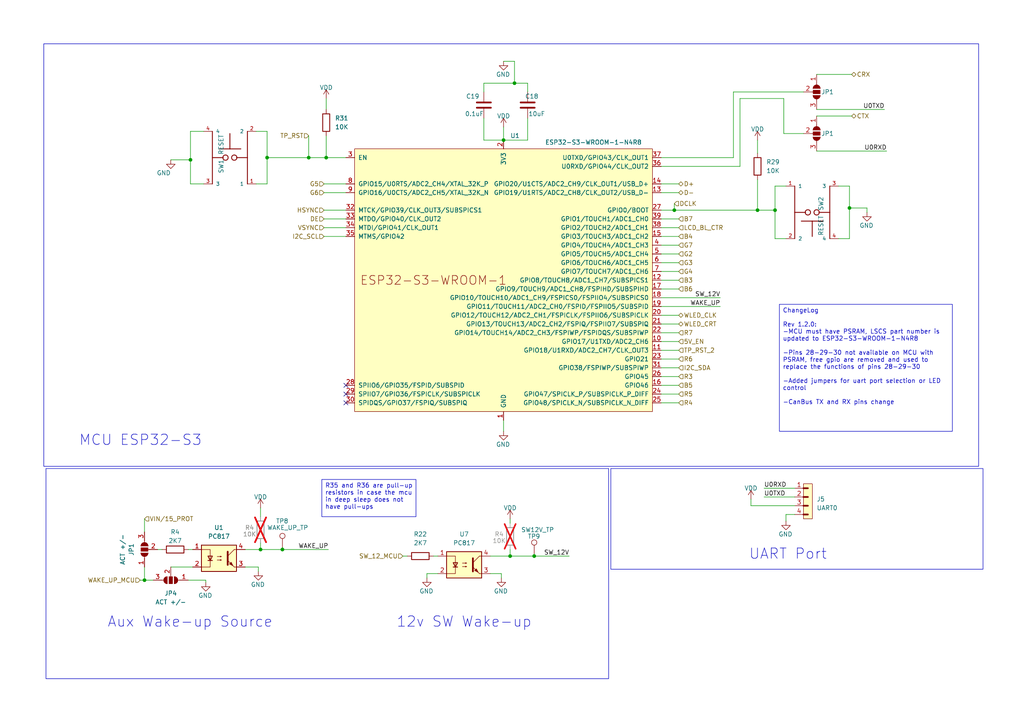
<source format=kicad_sch>
(kicad_sch (version 20231120) (generator "eeschema") (generator_version "8.0")
  (paper "A4")
  (title_block (date "2023-10-27") (rev "0.2.0") (company "ADV.ECU - GNVPerformance"))
  (lib_symbols
    (symbol "Connector:TestPoint" (pin_numbers hide) (pin_names (offset 0.762) hide)
      (property "Reference" "TP" (at 0 6.858 0))
      (property "Value" "TestPoint" (at 0 5.08 0))
      (symbol "TestPoint_0_1"
        (circle (center 0 3.302) (radius 0.762))
      )
      (symbol "TestPoint_1_1"
        (pin passive line (at 0 0 90) (length 2.54) (name "1") (number "1"))
      )
    )
    (symbol "Device:C" (pin_numbers hide) (pin_names (offset 0.254))
      (property "Reference" "C" (at 0.635 2.54 0))
      (property "Value" "C" (at 0.635 -2.54 0))
      (symbol "C_0_1"
        (polyline (pts (xy -2.032 -0.762) (xy 2.032 -0.762)) (stroke (width 0.508)))
        (polyline (pts (xy -2.032 0.762) (xy 2.032 0.762)) (stroke (width 0.508)))
      )
      (symbol "C_1_1"
        (pin passive line (at 0 3.81 270) (length 2.794) (name "~") (number "1"))
        (pin passive line (at 0 -3.81 90) (length 2.794) (name "~") (number "2"))
      )
    )
    (symbol "Device:R" (pin_numbers hide) (pin_names (offset 0))
      (property "Reference" "R" (at 2.032 0 90))
      (property "Value" "R" (at 0 0 90))
      (symbol "R_0_1"
        (rectangle (start -1.016 -2.54) (end 1.016 2.54) (stroke (width 0.254)))
      )
      (symbol "R_1_1"
        (pin passive line (at 0 3.81 270) (length 1.27) (name "~") (number "1"))
        (pin passive line (at 0 -3.81 90) (length 1.27) (name "~") (number "2"))
      )
    )
    (symbol "Isolator:PC817" (pin_names (offset 1.016))
      (property "Reference" "U" (at -5.08 5.08 0))
      (property "Value" "PC817" (at 0 5.08 0))
      (symbol "PC817_0_1"
        (rectangle (start -5.08 3.81) (end 5.08 -3.81) (stroke (width 0.254)) (fill (type background)))
        (polyline (pts (xy -3.175 -0.635) (xy -1.905 -0.635)) (stroke (width 0.254)))
        (polyline (pts (xy 2.54 0.635) (xy 4.445 2.54)))
        (polyline (pts (xy 4.445 -2.54) (xy 2.54 -0.635)) (fill (type outline)))
        (polyline (pts (xy 4.445 -2.54) (xy 5.08 -2.54)))
        (polyline (pts (xy 4.445 2.54) (xy 5.08 2.54)))
        (polyline (pts (xy -5.08 2.54) (xy -2.54 2.54) (xy -2.54 -0.635)))
        (polyline (pts (xy -2.54 -0.635) (xy -2.54 -2.54) (xy -5.08 -2.54)))
        (polyline (pts (xy 2.54 1.905) (xy 2.54 -1.905) (xy 2.54 -1.905)) (stroke (width 0.508)))
        (polyline (pts (xy -2.54 -0.635) (xy -3.175 0.635) (xy -1.905 0.635) (xy -2.54 -0.635)) (stroke (width 0.254)))
        (polyline (pts (xy -0.508 -0.508) (xy 0.762 -0.508) (xy 0.381 -0.635) (xy 0.381 -0.381) (xy 0.762 -0.508)))
        (polyline (pts (xy -0.508 0.508) (xy 0.762 0.508) (xy 0.381 0.381) (xy 0.381 0.635) (xy 0.762 0.508)))
        (polyline (pts (xy 3.048 -1.651) (xy 3.556 -1.143) (xy 4.064 -2.159) (xy 3.048 -1.651) (xy 3.048 -1.651)) (fill (type outline)))
      )
      (symbol "PC817_1_1"
        (pin passive line (at -7.62 2.54 0) (length 2.54) (name "~") (number "1"))
        (pin passive line (at -7.62 -2.54 0) (length 2.54) (name "~") (number "2"))
        (pin passive line (at 7.62 -2.54 180) (length 2.54) (name "~") (number "3"))
        (pin passive line (at 7.62 2.54 180) (length 2.54) (name "~") (number "4"))
      )
    )
    (symbol "Jumper:SolderJumper_3_Open" (pin_names (offset 0) hide)
      (property "Reference" "JP" (at -2.54 -2.54 0))
      (property "Value" "SolderJumper_3_Open" (at 0 2.794 0))
      (symbol "SolderJumper_3_Open_0_1"
        (arc (start -1.016 1.016) (mid -2.0276 0) (end -1.016 -1.016))
        (arc (start -1.016 1.016) (mid -2.0276 0) (end -1.016 -1.016) (fill (type outline)))
        (rectangle (start -0.508 1.016) (end 0.508 -1.016) (fill (type outline)))
        (polyline (pts (xy -2.54 0) (xy -2.032 0)))
        (polyline (pts (xy -1.016 1.016) (xy -1.016 -1.016)))
        (polyline (pts (xy 0 -1.27) (xy 0 -1.016)))
        (polyline (pts (xy 1.016 1.016) (xy 1.016 -1.016)))
        (polyline (pts (xy 2.54 0) (xy 2.032 0)))
        (arc (start 1.016 -1.016) (mid 2.0276 0) (end 1.016 1.016))
        (arc (start 1.016 -1.016) (mid 2.0276 0) (end 1.016 1.016) (fill (type outline)))
      )
      (symbol "SolderJumper_3_Open_1_1"
        (pin passive line (at -5.08 0 0) (length 2.54) (name "A") (number "1"))
        (pin passive line (at 0 -3.81 90) (length 2.54) (name "C") (number "2"))
        (pin passive line (at 5.08 0 180) (length 2.54) (name "B") (number "3"))
      )
    )
    (symbol "PCM_Espressif:ESP32-S3-WROOM-1" (pin_names (offset 1.016))
      (property "Reference" "U" (at -43.18 43.18 0))
      (property "Value" "ESP32-S3-WROOM-1" (at -43.18 40.64 0))
      (symbol "ESP32-S3-WROOM-1_0_0"
        (text "ESP32-S3-WROOM-1" (at -20.32 0 0) (effects (font (size 2.54 2.54))))
        (pin power_in line (at 0 -40.64 90) (length 2.54) (name "GND") (number "1"))
        (pin bidirectional line (at 45.72 -17.78 180) (length 2.54) (name "GPIO17/U1TXD/ADC2_CH6") (number "10"))
        (pin bidirectional line (at 45.72 -20.32 180) (length 2.54) (name "GPIO18/U1RXD/ADC2_CH7/CLK_OUT3") (number "11"))
        (pin bidirectional line (at 45.72 0 180) (length 2.54) (name "GPIO8/TOUCH8/ADC1_CH7/SUBSPICS1") (number "12"))
        (pin bidirectional line (at 45.72 25.4 180) (length 2.54) (name "GPIO19/U1RTS/ADC2_CH8/CLK_OUT2/USB_D-") (number "13"))
        (pin bidirectional line (at 45.72 27.94 180) (length 2.54) (name "GPIO20/U1CTS/ADC2_CH9/CLK_OUT1/USB_D+") (number "14"))
        (pin bidirectional line (at 45.72 12.7 180) (length 2.54) (name "GPIO3/TOUCH3/ADC1_CH2") (number "15"))
        (pin bidirectional line (at 45.72 -30.48 180) (length 2.54) (name "GPIO46") (number "16"))
        (pin bidirectional line (at 45.72 -2.54 180) (length 2.54) (name "GPIO9/TOUCH9/ADC1_CH8/FSPIHD/SUBSPIHD") (number "17"))
        (pin bidirectional line (at 45.72 -5.08 180) (length 2.54) (name "GPIO10/TOUCH10/ADC1_CH9/FSPICS0/FSPIIO4/SUBSPICS0") (number "18"))
        (pin bidirectional line (at 45.72 -7.62 180) (length 2.54) (name "GPIO11/TOUCH11/ADC2_CH0/FSPID/FSPIIO5/SUBSPID") (number "19"))
        (pin power_in line (at 0 40.64 270) (length 2.54) (name "3V3") (number "2"))
        (pin bidirectional line (at 45.72 -10.16 180) (length 2.54) (name "GPIO12/TOUCH12/ADC2_CH1/FSPICLK/FSPIIO6/SUBSPICLK") (number "20"))
        (pin bidirectional line (at 45.72 -12.7 180) (length 2.54) (name "GPIO13/TOUCH13/ADC2_CH2/FSPIQ/FSPIIO7/SUBSPIQ") (number "21"))
        (pin bidirectional line (at 45.72 -15.24 180) (length 2.54) (name "GPIO14/TOUCH14/ADC2_CH3/FSPIWP/FSPIDQS/SUBSPIWP") (number "22"))
        (pin bidirectional line (at 45.72 -22.86 180) (length 2.54) (name "GPIO21") (number "23"))
        (pin bidirectional line (at 45.72 -33.02 180) (length 2.54) (name "GPIO47/SPICLK_P/SUBSPICLK_P_DIFF") (number "24"))
        (pin bidirectional line (at 45.72 -35.56 180) (length 2.54) (name "GPIO48/SPICLK_N/SUBSPICLK_N_DIFF") (number "25"))
        (pin bidirectional line (at 45.72 -27.94 180) (length 2.54) (name "GPIO45") (number "26"))
        (pin bidirectional line (at 45.72 20.32 180) (length 2.54) (name "GPIO0/BOOT") (number "27"))
        (pin bidirectional line (at -45.72 -30.48 0) (length 2.54) (name "SPIIO6/GPIO35/FSPID/SUBSPID") (number "28"))
        (pin bidirectional line (at -45.72 -33.02 0) (length 2.54) (name "SPIIO7/GPIO36/FSPICLK/SUBSPICLK") (number "29"))
        (pin input line (at -45.72 35.56 0) (length 2.54) (name "EN") (number "3"))
        (pin bidirectional line (at -45.72 -35.56 0) (length 2.54) (name "SPIDQS/GPIO37/FSPIQ/SUBSPIQ") (number "30"))
        (pin bidirectional line (at 45.72 -25.4 180) (length 2.54) (name "GPIO38/FSPIWP/SUBSPIWP") (number "31"))
        (pin bidirectional line (at -45.72 20.32 0) (length 2.54) (name "MTCK/GPIO39/CLK_OUT3/SUBSPICS1") (number "32"))
        (pin bidirectional line (at -45.72 17.78 0) (length 2.54) (name "MTDO/GPIO40/CLK_OUT2") (number "33"))
        (pin bidirectional line (at -45.72 15.24 0) (length 2.54) (name "MTDI/GPIO41/CLK_OUT1") (number "34"))
        (pin bidirectional line (at -45.72 12.7 0) (length 2.54) (name "MTMS/GPIO42") (number "35"))
        (pin bidirectional line (at 45.72 33.02 180) (length 2.54) (name "U0RXD/GPIO44/CLK_OUT2") (number "36"))
        (pin bidirectional line (at 45.72 35.56 180) (length 2.54) (name "U0TXD/GPIO43/CLK_OUT1") (number "37"))
        (pin bidirectional line (at 45.72 15.24 180) (length 2.54) (name "GPIO2/TOUCH2/ADC1_CH1") (number "38"))
        (pin bidirectional line (at 45.72 17.78 180) (length 2.54) (name "GPIO1/TOUCH1/ADC1_CH0") (number "39"))
        (pin bidirectional line (at 45.72 10.16 180) (length 2.54) (name "GPIO4/TOUCH4/ADC1_CH3") (number "4"))
        (pin passive line (at 0 -40.64 90) (length 2.54) hide (name "GND") (number "40"))
        (pin passive line (at 0 -40.64 90) (length 2.54) hide (name "GND") (number "41"))
        (pin bidirectional line (at 45.72 7.62 180) (length 2.54) (name "GPIO5/TOUCH5/ADC1_CH4") (number "5"))
        (pin bidirectional line (at 45.72 5.08 180) (length 2.54) (name "GPIO6/TOUCH6/ADC1_CH5") (number "6"))
        (pin bidirectional line (at 45.72 2.54 180) (length 2.54) (name "GPIO7/TOUCH7/ADC1_CH6") (number "7"))
        (pin bidirectional line (at -45.72 27.94 0) (length 2.54) (name "GPIO15/U0RTS/ADC2_CH4/XTAL_32K_P") (number "8"))
        (pin bidirectional line (at -45.72 25.4 0) (length 2.54) (name "GPIO16/U0CTS/ADC2_CH5/XTAL_32K_N") (number "9"))
      )
      (symbol "ESP32-S3-WROOM-1_0_1"
        (rectangle (start -43.18 38.1) (end 43.18 -38.1) (fill (type background)))
      )
    )
    (symbol "PCM_SL_Pin_Headers:PINHD_1x4_Male"
      (property "Reference" "J" (at 0 8.89 0))
      (property "Value" "PINHD_1x4_Male" (at 0 6.35 0))
      (symbol "PINHD_1x4_Male_0_1"
        (rectangle (start -1.27 5.08) (end 1.27 -5.08) (fill (type background)))
        (polyline (pts (xy -1.27 -3.81) (xy 0 -3.81)) (stroke (width 0.3)))
        (polyline (pts (xy -1.27 -3.81) (xy 0 -3.81)) (stroke (width 0.5)))
        (polyline (pts (xy -1.27 -1.27) (xy 0 -1.27)) (stroke (width 0.3)))
        (polyline (pts (xy -1.27 -1.27) (xy 0 -1.27)) (stroke (width 0.5)))
        (polyline (pts (xy -1.27 1.27) (xy 0 1.27)) (stroke (width 0.3)))
        (polyline (pts (xy -1.27 1.27) (xy 0 1.27)) (stroke (width 0.5)))
        (polyline (pts (xy -1.27 3.81) (xy 0 3.81)) (stroke (width 0.3)))
        (polyline (pts (xy -1.27 3.81) (xy 0 3.81)) (stroke (width 0.5)))
      )
      (symbol "PINHD_1x4_Male_1_1"
        (pin passive line (at -3.81 3.81 0) (length 2.54) (name "") (number "1"))
        (pin passive line (at -3.81 1.27 0) (length 2.54) (name "") (number "2"))
        (pin passive line (at -3.81 -1.27 0) (length 2.54) (name "") (number "3"))
        (pin passive line (at -3.81 -3.81 0) (length 2.54) (name "") (number "4"))
      )
    )
    (symbol "TL3342F160QG:TL3342F160QG" (pin_names (offset 1.016))
      (property "Reference" "S" (at -8.9154 11.4554 0))
      (property "Value" "TL3342F160QG" (at -8.89 -12.7 0))
      (symbol "TL3342F160QG_0_0"
        (circle (center 0 -1.27) (radius 0.762) (stroke (width 0.254)))
        (polyline (pts (xy -7.62 -5.08) (xy 0 -5.08)) (stroke (width 0.254)))
        (polyline (pts (xy -7.62 5.08) (xy 0 5.08)) (stroke (width 0.254)))
        (polyline (pts (xy 0 -5.08) (xy 7.62 -5.08)) (stroke (width 0.254)))
        (polyline (pts (xy 0 -1.905) (xy 0 -5.08)) (stroke (width 0.254)))
        (polyline (pts (xy 0 1.905) (xy 0 5.08)) (stroke (width 0.254)))
        (polyline (pts (xy 0 5.08) (xy 7.62 5.08)) (stroke (width 0.254)))
        (polyline (pts (xy 2.54 0) (xy 2.54 -3.175)) (stroke (width 0.254)))
        (polyline (pts (xy 2.54 0) (xy 6.985 0)) (stroke (width 0.254)))
        (polyline (pts (xy 2.54 3.175) (xy 2.54 0)) (stroke (width 0.254)))
        (circle (center 0 1.27) (radius 0.762) (stroke (width 0.254)))
        (pin passive line (at -7.62 -7.62 90) (length 2.54) (name "1") (number "1"))
        (pin passive line (at 7.62 -7.62 90) (length 2.54) (name "2") (number "2"))
        (pin passive line (at -7.62 7.62 270) (length 2.54) (name "3") (number "3"))
        (pin passive line (at 7.62 7.62 270) (length 2.54) (name "4") (number "4"))
      )
    )
    (symbol "power:GND" (power) (pin_names (offset 0))
      (property "Value" "GND" (at 0 -3.81 0))
      (symbol "GND_0_1"
        (polyline (pts (xy 0 0) (xy 0 -1.27) (xy 1.27 -1.27) (xy 0 -2.54) (xy -1.27 -1.27) (xy 0 -1.27)))
      )
      (symbol "GND_1_1"
        (pin power_in line (at 0 0 270) (length 0) hide (name "GND") (number "1"))
      )
    )
    (symbol "power:VDD" (power) (pin_names (offset 0))
      (property "Value" "VDD" (at 0 3.81 0))
      (symbol "VDD_0_1"
        (polyline (pts (xy -0.762 1.27) (xy 0 2.54)))
        (polyline (pts (xy 0 0) (xy 0 2.54)))
        (polyline (pts (xy 0 2.54) (xy 0.762 1.27)))
      )
      (symbol "VDD_1_1"
        (pin power_in line (at 0 0 90) (length 0) hide (name "VDD") (number "1"))
      )
    )
  )
  (junction (at 81.915 159.385))
  (junction (at 89.535 45.72))
  (junction (at 77.47 45.72))
  (junction (at 154.94 161.29))
  (junction (at 55.245 46.355))
  (junction (at 219.71 60.96))
  (junction (at 149.225 24.13))
  (junction (at 195.58 60.96))
  (junction (at 94.615 45.72))
  (junction (at 246.38 60.325))
  (junction (at 75.565 159.385))
  (junction (at 224.79 60.96))
  (junction (at 147.955 161.29))
  (junction (at 41.91 168.275))
  (junction (at 146.05 40.64))
  (no_connect (at 100.33 114.3))
  (no_connect (at 100.33 111.76))
  (no_connect (at 100.33 116.84))
  (wire (pts (xy 77.47 38.1) (xy 77.47 45.72)))
  (wire (pts (xy 74.295 38.1) (xy 77.47 38.1)))
  (wire (pts (xy 217.805 144.78) (xy 217.805 146.685)))
  (wire (pts (xy 55.245 38.1) (xy 55.245 46.355)))
  (wire (pts (xy 195.58 60.96) (xy 219.71 60.96)))
  (wire (pts (xy 191.77 81.28) (xy 196.85 81.28)))
  (wire (pts (xy 246.38 53.975) (xy 246.38 60.325)))
  (wire (pts (xy 49.53 46.355) (xy 55.245 46.355)))
  (wire (pts (xy 81.915 158.75) (xy 81.915 159.385)))
  (wire (pts (xy 191.77 60.96) (xy 195.58 60.96)))
  (wire (pts (xy 191.77 55.88) (xy 196.85 55.88)))
  (wire (pts (xy 142.24 161.29) (xy 147.955 161.29)))
  (wire (pts (xy 224.79 53.975) (xy 227.965 53.975)))
  (wire (pts (xy 191.77 96.52) (xy 196.85 96.52)))
  (wire (pts (xy 149.225 17.78) (xy 149.225 24.13)))
  (wire (pts (xy 71.12 164.465) (xy 74.93 164.465)))
  (wire (pts (xy 224.79 53.975) (xy 224.79 60.96)))
  (wire (pts (xy 49.53 164.465) (xy 55.88 164.465)))
  (wire (pts (xy 55.245 53.34) (xy 59.055 53.34)))
  (wire (pts (xy 149.225 24.13) (xy 153.035 24.13)))
  (wire (pts (xy 191.77 83.82) (xy 196.85 83.82)))
  (wire (pts (xy 212.725 26.67) (xy 233.045 26.67)))
  (wire (pts (xy 147.955 159.385) (xy 147.955 161.29)))
  (wire (pts (xy 251.46 61.595) (xy 251.46 60.325)))
  (wire (pts (xy 154.94 161.29) (xy 165.1 161.29)))
  (wire (pts (xy 75.565 157.48) (xy 75.565 159.385)))
  (wire (pts (xy 191.77 114.3) (xy 196.85 114.3)))
  (wire (pts (xy 94.615 45.72) (xy 100.33 45.72)))
  (wire (pts (xy 75.565 147.32) (xy 75.565 149.86)))
  (wire (pts (xy 140.335 40.64) (xy 146.05 40.64)))
  (wire (pts (xy 195.58 59.055) (xy 195.58 60.96)))
  (wire (pts (xy 246.38 60.325) (xy 251.46 60.325)))
  (wire (pts (xy 191.77 66.04) (xy 196.85 66.04)))
  (wire (pts (xy 95.25 159.385) (xy 81.915 159.385)))
  (wire (pts (xy 154.94 160.655) (xy 154.94 161.29)))
  (wire (pts (xy 59.055 38.1) (xy 55.245 38.1)))
  (wire (pts (xy 140.335 26.67) (xy 140.335 24.13)))
  (wire (pts (xy 75.565 159.385) (xy 81.915 159.385)))
  (wire (pts (xy 40.64 168.275) (xy 41.91 168.275)))
  (wire (pts (xy 116.84 161.29) (xy 118.11 161.29)))
  (wire (pts (xy 41.91 168.275) (xy 44.45 168.275)))
  (wire (pts (xy 191.77 45.72) (xy 212.725 45.72)))
  (wire (pts (xy 236.855 33.655) (xy 247.015 33.655)))
  (wire (pts (xy 191.77 111.76) (xy 196.85 111.76)))
  (wire (pts (xy 146.05 17.78) (xy 149.225 17.78)))
  (wire (pts (xy 89.535 45.72) (xy 94.615 45.72)))
  (wire (pts (xy 227.33 38.735) (xy 233.045 38.735)))
  (wire (pts (xy 147.955 150.495) (xy 147.955 151.765)))
  (wire (pts (xy 146.05 36.83) (xy 146.05 40.64)))
  (wire (pts (xy 153.035 24.13) (xy 153.035 26.67)))
  (wire (pts (xy 221.615 141.605) (xy 230.505 141.605)))
  (wire (pts (xy 191.77 93.98) (xy 196.85 93.98)))
  (wire (pts (xy 191.77 116.84) (xy 196.85 116.84)))
  (wire (pts (xy 236.855 31.75) (xy 256.54 31.75)))
  (wire (pts (xy 191.77 106.68) (xy 196.85 106.68)))
  (wire (pts (xy 191.77 86.36) (xy 208.915 86.36)))
  (wire (pts (xy 224.79 60.96) (xy 224.79 69.215)))
  (wire (pts (xy 41.91 150.495) (xy 41.91 154.305)))
  (wire (pts (xy 219.71 60.96) (xy 224.79 60.96)))
  (wire (pts (xy 41.91 164.465) (xy 41.91 168.275)))
  (wire (pts (xy 125.73 161.29) (xy 127 161.29)))
  (wire (pts (xy 191.77 104.14) (xy 196.85 104.14)))
  (wire (pts (xy 93.98 55.88) (xy 100.33 55.88)))
  (wire (pts (xy 227.965 149.225) (xy 227.965 151.13)))
  (wire (pts (xy 147.955 161.29) (xy 154.94 161.29)))
  (wire (pts (xy 153.035 40.64) (xy 146.05 40.64)))
  (wire (pts (xy 219.71 52.07) (xy 219.71 60.96)))
  (wire (pts (xy 227.33 28.575) (xy 227.33 38.735)))
  (wire (pts (xy 191.77 99.06) (xy 196.85 99.06)))
  (wire (pts (xy 94.615 28.575) (xy 94.615 31.75)))
  (wire (pts (xy 142.24 166.37) (xy 145.415 166.37)))
  (wire (pts (xy 54.61 168.275) (xy 59.69 168.275)))
  (wire (pts (xy 191.77 68.58) (xy 196.85 68.58)))
  (wire (pts (xy 93.98 63.5) (xy 100.33 63.5)))
  (wire (pts (xy 93.98 68.58) (xy 100.33 68.58)))
  (wire (pts (xy 71.12 159.385) (xy 75.565 159.385)))
  (wire (pts (xy 230.505 146.685) (xy 217.805 146.685)))
  (wire (pts (xy 94.615 39.37) (xy 94.615 45.72)))
  (wire (pts (xy 191.77 76.2) (xy 196.85 76.2)))
  (wire (pts (xy 191.77 73.66) (xy 196.85 73.66)))
  (wire (pts (xy 214.63 28.575) (xy 227.33 28.575)))
  (wire (pts (xy 212.725 45.72) (xy 212.725 26.67)))
  (wire (pts (xy 145.415 166.37) (xy 145.415 167.64)))
  (wire (pts (xy 153.035 34.29) (xy 153.035 40.64)))
  (wire (pts (xy 236.855 21.59) (xy 247.015 21.59)))
  (wire (pts (xy 191.77 101.6) (xy 196.85 101.6)))
  (wire (pts (xy 93.98 53.34) (xy 100.33 53.34)))
  (wire (pts (xy 191.77 53.34) (xy 196.85 53.34)))
  (wire (pts (xy 243.205 69.215) (xy 246.38 69.215)))
  (wire (pts (xy 140.335 24.13) (xy 149.225 24.13)))
  (wire (pts (xy 55.245 46.355) (xy 55.245 53.34)))
  (wire (pts (xy 93.98 60.96) (xy 100.33 60.96)))
  (wire (pts (xy 191.77 78.74) (xy 196.85 78.74)))
  (wire (pts (xy 191.77 91.44) (xy 196.85 91.44)))
  (wire (pts (xy 236.855 43.815) (xy 257.175 43.815)))
  (wire (pts (xy 191.77 63.5) (xy 196.85 63.5)))
  (wire (pts (xy 77.47 53.34) (xy 74.295 53.34)))
  (wire (pts (xy 191.77 71.12) (xy 196.85 71.12)))
  (wire (pts (xy 146.05 121.92) (xy 146.05 125.095)))
  (wire (pts (xy 123.825 166.37) (xy 123.825 167.64)))
  (wire (pts (xy 214.63 48.26) (xy 214.63 28.575)))
  (wire (pts (xy 243.205 53.975) (xy 246.38 53.975)))
  (wire (pts (xy 191.77 48.26) (xy 214.63 48.26)))
  (wire (pts (xy 191.77 109.22) (xy 196.85 109.22)))
  (wire (pts (xy 221.615 144.145) (xy 230.505 144.145)))
  (wire (pts (xy 77.47 45.72) (xy 77.47 53.34)))
  (wire (pts (xy 140.335 34.29) (xy 140.335 40.64)))
  (wire (pts (xy 74.93 164.465) (xy 74.93 165.735)))
  (wire (pts (xy 191.77 88.9) (xy 208.915 88.9)))
  (wire (pts (xy 246.38 60.325) (xy 246.38 69.215)))
  (wire (pts (xy 93.98 66.04) (xy 100.33 66.04)))
  (wire (pts (xy 224.79 69.215) (xy 227.965 69.215)))
  (wire (pts (xy 230.505 149.225) (xy 227.965 149.225)))
  (wire (pts (xy 89.535 39.37) (xy 89.535 45.72)))
  (wire (pts (xy 54.61 159.385) (xy 55.88 159.385)))
  (wire (pts (xy 219.71 40.64) (xy 219.71 44.45)))
  (wire (pts (xy 77.47 45.72) (xy 89.535 45.72)))
  (wire (pts (xy 59.69 168.275) (xy 59.69 168.91)))
  (wire (pts (xy 45.72 159.385) (xy 46.99 159.385)))
  (wire (pts (xy 127 166.37) (xy 123.825 166.37)))
  (rectangle (start 177.165 135.89) (end 285.115 165.1))
  (rectangle (start 12.7 12.7) (end 283.845 135.255))
  (rectangle (start 13.335 135.89) (end 176.53 196.85))
  (text_box "ChangeLog\n\nRev 1.2.0:\n-MCU must have PSRAM, LSCS part number is updated to ESP32-S3-WROOM-1-N4R8\n\n-Pins 28-29-30 not available on MCU with PSRAM, free gpio are removed and used to replace the functions of pins 28-29-30\n\n-Added jumpers for uart port selection or LED control\n\n-CanBus TX and RX pins change\n" (at 226.06 88.265 0) (size 50.165 36.83) (effects (font (size 1.27 1.27)) (justify left top)))
  (text_box "R35 and R36 are pull-up resistors in case the mcu in deep sleep does not have pull-ups" (at 93.345 139.065 0) (size 27.305 10.795) (effects (font (size 1.27 1.27)) (justify left top)))
  (text "12v SW Wake-up" (at 114.935 182.245 0) (effects (font (size 3 3)) (justify left bottom)))
  (text "Aux Wake-up Source\n" (at 31.115 182.245 0) (effects (font (size 3 3)) (justify left bottom)))
  (text "UART Port" (at 217.17 162.56 0) (effects (font (size 3 3)) (justify left bottom)))
  (text "MCU ESP32-S3" (at 22.86 129.54 0) (effects (font (size 3 3)) (justify left bottom)))
  (label "U0TXD" (at 256.54 31.75 180))
  (label "U0TXD" (at 221.615 144.145 0))
  (label "U0RXD" (at 257.175 43.815 180))
  (label "SW_12V" (at 208.915 86.36 180))
  (label "WAKE_UP" (at 95.25 159.385 180))
  (label "SW_12V" (at 165.1 161.29 180))
  (label "U0RXD" (at 221.615 141.605 0))
  (label "WAKE_UP" (at 208.915 88.9 180))
  (hierarchical_label "DE" (shape input) (at 93.98 63.5 180))
  (hierarchical_label "B3" (shape input) (at 196.85 81.28 0))
  (hierarchical_label "VIN{slash}15_PROT" (shape input) (at 41.91 150.495 0))
  (hierarchical_label "DCLK" (shape input) (at 195.58 59.055 0))
  (hierarchical_label "I2C_SDA" (shape input) (at 196.85 106.68 0))
  (hierarchical_label "B6" (shape input) (at 196.85 83.82 0))
  (hierarchical_label "CTX" (shape bidirectional) (at 247.015 33.655 0))
  (hierarchical_label "WAKE_UP_MCU" (shape input) (at 40.64 168.275 180))
  (hierarchical_label "R6" (shape input) (at 196.85 104.14 0))
  (hierarchical_label "WLED_CRT" (shape bidirectional) (at 196.85 93.98 0))
  (hierarchical_label "G3" (shape input) (at 196.85 76.2 0))
  (hierarchical_label "R3" (shape input) (at 196.85 109.22 0))
  (hierarchical_label "SW_12_MCU" (shape input) (at 116.84 161.29 180))
  (hierarchical_label "LCD_BL_CTR" (shape input) (at 196.85 66.04 0))
  (hierarchical_label "G5" (shape input) (at 93.98 53.34 180))
  (hierarchical_label "G4" (shape input) (at 196.85 78.74 0))
  (hierarchical_label "R7" (shape input) (at 196.85 96.52 0))
  (hierarchical_label "B7" (shape input) (at 196.85 63.5 0))
  (hierarchical_label "G6" (shape input) (at 93.98 55.88 180))
  (hierarchical_label "B5" (shape input) (at 196.85 111.76 0))
  (hierarchical_label "R4" (shape input) (at 196.85 116.84 0))
  (hierarchical_label "G7" (shape input) (at 196.85 71.12 0))
  (hierarchical_label "G2" (shape input) (at 196.85 73.66 0))
  (hierarchical_label "B4" (shape input) (at 196.85 68.58 0))
  (hierarchical_label "R5" (shape input) (at 196.85 114.3 0))
  (hierarchical_label "D+" (shape bidirectional) (at 196.85 53.34 0))
  (hierarchical_label "TP_RST" (shape input) (at 89.535 39.37 180))
  (hierarchical_label "D-" (shape bidirectional) (at 196.85 55.88 0))
  (hierarchical_label "I2C_SCL" (shape input) (at 93.98 68.58 180))
  (hierarchical_label "5V_EN" (shape input) (at 196.85 99.06 0))
  (hierarchical_label "WLED_CLK" (shape bidirectional) (at 196.85 91.44 0))
  (hierarchical_label "VSYNC" (shape input) (at 93.98 66.04 180))
  (hierarchical_label "TP_RST_2" (shape input) (at 196.85 101.6 0))
  (hierarchical_label "HSYNC" (shape input) (at 93.98 60.96 180))
  (hierarchical_label "CRX" (shape bidirectional) (at 247.015 21.59 0))
  (symbol (lib_id "power:VDD") (at 75.565 147.32 0) (unit 1)
    (property "Reference" "#PWR06" (effects (hide yes)))
    (property "Value" "VDD" (at 75.565 144.145 0))
  )
  (symbol (lib_id "power:GND") (at 145.415 167.64 0) (unit 1)
    (property "Reference" "#PWR064" (effects (hide yes)))
    (property "Value" "GND" (at 147.32 171.45 0) (effects (justify right)))
    (instances (project "ADVgauge_controller v1.1.0 - S3" (path "" (reference "#PWR064") (unit 1))) (project "AdvDash_5_inch" (path "" (reference "#PWR088") (unit 1))))
  )
  (symbol (lib_id "TL3342F160QG:TL3342F160QG") (at 235.585 61.595 270) (unit 1)
    (property "Reference" "SW2" (at 238.125 59.055 0))
    (property "Value" "RESET" (at 238.125 65.405 0))
    (property "Footprint" "TL3342F160QG_TR:SW_TL3342F160QG_TR" (effects (hide yes)))
    (property "MANUFACTURER" "E SWITCH" (effects (hide yes)))
    (property "LCSC" "C2886898" (effects (hide yes)))
  )
  (symbol (lib_id "PCM_Espressif:ESP32-S3-WROOM-1") (at 146.05 81.28 0) (unit 1)
    (property "Reference" "U1" (at 148.0059 39.37 0) (effects (justify left)))
    (property "Value" "ESP32-S3-WROOM-1-N4R8" (at 158.115 41.275 0) (effects (justify left)))
    (property "Footprint" "PCM_Espressif:ESP32-S3-WROOM-1" (effects (hide yes)))
    (property "Datasheet" "https://www.espressif.com/sites/default/files/documentation/esp32-s3-wroom-1_wroom-1u_datasheet_en.pdf" (effects (hide yes)))
    (property "LCSC" "C2913200" (effects (hide yes)))
  )
  (symbol (lib_id "Device:R") (at 75.565 153.67 180) (unit 1) (dnp yes)
    (property "Reference" "R4" (at 72.39 153.035 0))
    (property "Value" "10K" (at 72.39 154.94 0))
    (property "Footprint" "Resistor_SMD:R_0805_2012Metric_Pad1.20x1.40mm_HandSolder" (effects (hide yes)))
    (property "LCSC" "C17414" (effects (hide yes)))
    (instances (project "_autosave-ADVgauge_controller v1.0.0 - S3" (path "" (reference "R4") (unit 1))) (project "AdvDash_5_inch" (path "" (reference "R35") (unit 1))))
  )
  (symbol (lib_id "Device:R") (at 219.71 48.26 180) (unit 1)
    (property "Reference" "R29" (at 222.25 46.9899 0) (effects (justify right)))
    (property "Value" "10K" (at 222.25 49.5299 0) (effects (justify right)))
    (property "Footprint" "Resistor_SMD:R_0805_2012Metric_Pad1.20x1.40mm_HandSolder" (effects (hide yes)))
    (property "LCSC" "C17414" (effects (hide yes)))
    (instances (project "ADVgauge_controller v1.1.0 - S3" (path "" (reference "R29") (unit 1))) (project "AdvDash_5_inch" (path "" (reference "R2") (unit 1))))
  )
  (symbol (lib_id "power:GND") (at 74.93 165.735 0) (unit 1)
    (property "Reference" "#PWR064" (effects (hide yes)))
    (property "Value" "GND" (at 76.835 169.545 0) (effects (justify right)))
    (instances (project "ADVgauge_controller v1.1.0 - S3" (path "" (reference "#PWR064") (unit 1))) (project "AdvDash_5_inch" (path "" (reference "#PWR085") (unit 1))))
  )
  (symbol (lib_id "Device:C") (at 153.035 30.48 180) (unit 1)
    (property "Reference" "C18" (at 156.21 27.94 0) (effects (justify left)))
    (property "Value" "10uF" (at 158.115 33.02 0) (effects (justify left)))
    (property "Footprint" "Capacitor_SMD:C_0805_2012Metric_Pad1.18x1.45mm_HandSolder" (effects (hide yes)))
    (property "LCSC" "C15850" (effects (hide yes)))
    (instances (project "ADVgauge_controller v1.1.0 - S3" (path "" (reference "C18") (unit 1))) (project "AdvDash_5_inch" (path "" (reference "C2") (unit 1))))
  )
  (symbol (lib_id "Connector:TestPoint") (at 154.94 160.655 0) (unit 1)
    (property "Reference" "TP9" (at 153.035 155.575 0) (effects (justify left)))
    (property "Value" "SW12V_TP" (at 151.13 153.67 0) (effects (justify left)))
    (property "Footprint" "TestPoint:TestPoint_Pad_D1.5mm" (effects (hide yes)))
  )
  (symbol (lib_id "TL3342F160QG:TL3342F160QG") (at 66.675 45.72 90) (unit 1)
    (property "Reference" "SW1" (at 64.135 48.26 0))
    (property "Value" "RESET" (at 64.135 41.91 0))
    (property "Footprint" "TL3342F160QG_TR:SW_TL3342F160QG_TR" (effects (hide yes)))
    (property "MANUFACTURER" "E SWITCH" (effects (hide yes)))
    (property "LCSC" "C2886898" (effects (hide yes)))
  )
  (symbol (lib_id "power:GND") (at 49.53 46.355 0) (unit 1)
    (property "Reference" "#PWR064" (effects (hide yes)))
    (property "Value" "GND" (at 49.5301 50.165 0) (effects (justify right)))
    (instances (project "ADVgauge_controller v1.1.0 - S3" (path "" (reference "#PWR064") (unit 1))) (project "AdvDash_5_inch" (path "" (reference "#PWR03") (unit 1))))
  )
  (symbol (lib_id "Connector:TestPoint") (at 81.915 158.75 0) (unit 1)
    (property "Reference" "TP8" (at 80.01 151.13 0) (effects (justify left)))
    (property "Value" "WAKE_UP_TP" (at 77.47 153.035 0) (effects (justify left)))
    (property "Footprint" "TestPoint:TestPoint_Pad_D1.5mm" (effects (hide yes)))
  )
  (symbol (lib_id "PCM_SL_Pin_Headers:PINHD_1x4_Male") (at 234.315 145.415 0) (unit 1)
    (property "Reference" "J5" (at 236.855 144.78 0) (effects (justify left)))
    (property "Value" "UART0" (at 236.855 147.32 0) (effects (justify left)))
    (property "Footprint" "Connector_PinHeader_2.54mm:PinHeader_1x04_P2.54mm_Vertical_SMD_Pin1Left" (effects (hide yes)))
  )
  (symbol (lib_id "power:VDD") (at 146.05 36.83 0) (unit 1)
    (property "Reference" "#PWR01" (effects (hide yes)))
    (property "Value" "VDD" (at 146.05 33.655 0))
  )
  (symbol (lib_id "Device:R") (at 147.955 155.575 180) (unit 1) (dnp yes)
    (property "Reference" "R4" (at 144.78 154.94 0))
    (property "Value" "10K" (at 144.78 156.845 0))
    (property "Footprint" "Resistor_SMD:R_0805_2012Metric_Pad1.20x1.40mm_HandSolder" (effects (hide yes)))
    (property "LCSC" "C17414" (effects (hide yes)))
    (instances (project "_autosave-ADVgauge_controller v1.0.0 - S3" (path "" (reference "R4") (unit 1))) (project "AdvDash_5_inch" (path "" (reference "R36") (unit 1))))
  )
  (symbol (lib_id "Device:R") (at 94.615 35.56 180) (unit 1)
    (property "Reference" "R31" (at 97.155 34.2899 0) (effects (justify right)))
    (property "Value" "10K" (at 97.155 36.8299 0) (effects (justify right)))
    (property "Footprint" "Resistor_SMD:R_0805_2012Metric_Pad1.20x1.40mm_HandSolder" (effects (hide yes)))
    (property "LCSC" "C17414" (effects (hide yes)))
    (instances (project "ADVgauge_controller v1.1.0 - S3" (path "" (reference "R31") (unit 1))) (project "AdvDash_5_inch" (path "" (reference "R1") (unit 1))))
  )
  (symbol (lib_id "Device:C") (at 140.335 30.48 180) (unit 1)
    (property "Reference" "C19" (at 139.065 27.94 0) (effects (justify left)))
    (property "Value" "0.1uF" (at 140.335 33.02 0) (effects (justify left)))
    (property "Footprint" "Capacitor_SMD:C_0805_2012Metric_Pad1.18x1.45mm_HandSolder" (effects (hide yes)))
    (property "LCSC" "C38141" (effects (hide yes)))
    (instances (project "ADVgauge_controller v1.1.0 - S3" (path "" (reference "C19") (unit 1))) (project "AdvDash_5_inch" (path "" (reference "C1") (unit 1))))
  )
  (symbol (lib_id "Device:R") (at 121.92 161.29 90) (unit 1)
    (property "Reference" "R22" (at 121.92 154.94 90))
    (property "Value" "2K7" (at 121.92 157.48 90))
    (property "Footprint" "Resistor_SMD:R_0805_2012Metric_Pad1.20x1.40mm_HandSolder" (effects (hide yes)))
    (property "LCSC" "C17530" (effects (hide yes)))
    (instances (project "_autosave-ADVgauge_controller v1.0.0 - S3" (path "" (reference "R22") (unit 1))) (project "AdvDash_5_inch" (path "" (reference "R34") (unit 1))))
  )
  (symbol (lib_id "Jumper:SolderJumper_3_Open") (at 236.855 26.67 270) (unit 1)
    (property "Reference" "JP1" (at 240.03 26.67 90))
    (property "Value" "ACT +/-" (effects (hide yes)))
    (property "Footprint" "Jumper:SolderJumper-3_P1.3mm_Open_Pad1.0x1.5mm" (effects (hide yes)))
    (instances (project "_autosave-ADVgauge_controller v1.0.0 - S3" (path "" (reference "JP1") (unit 1))) (project "AdvDash_5_inch" (path "" (reference "JP4") (unit 1))))
  )
  (symbol (lib_id "power:GND") (at 123.825 167.64 0) (unit 1)
    (property "Reference" "#PWR064" (effects (hide yes)))
    (property "Value" "GND" (at 125.73 171.45 0) (effects (justify right)))
    (instances (project "ADVgauge_controller v1.1.0 - S3" (path "" (reference "#PWR064") (unit 1))) (project "AdvDash_5_inch" (path "" (reference "#PWR087") (unit 1))))
  )
  (symbol (lib_id "power:VDD") (at 94.615 28.575 0) (unit 1)
    (property "Reference" "#PWR04" (effects (hide yes)))
    (property "Value" "VDD" (at 94.615 25.4 0))
  )
  (symbol (lib_id "power:GND") (at 227.965 151.13 0) (unit 1)
    (property "Reference" "#PWR064" (effects (hide yes)))
    (property "Value" "GND" (at 229.87 154.94 0) (effects (justify right)))
    (instances (project "ADVgauge_controller v1.1.0 - S3" (path "" (reference "#PWR064") (unit 1))) (project "AdvDash_5_inch" (path "" (reference "#PWR086") (unit 1))))
  )
  (symbol (lib_id "power:GND") (at 146.05 125.095 0) (unit 1)
    (property "Reference" "#PWR064" (effects (hide yes)))
    (property "Value" "GND" (at 147.955 128.905 0) (effects (justify right)))
    (instances (project "ADVgauge_controller v1.1.0 - S3" (path "" (reference "#PWR064") (unit 1))) (project "AdvDash_5_inch" (path "" (reference "#PWR07") (unit 1))))
  )
  (symbol (lib_id "Isolator:PC817") (at 134.62 163.83 0) (unit 1)
    (property "Reference" "U7" (at 134.62 154.94 0))
    (property "Value" "PC817" (at 134.62 157.48 0))
    (property "Footprint" "PC817:SOIC254P975X460-4N" (effects (hide yes)))
    (property "Datasheet" "http://www.soselectronic.cz/a_info/resource/d/pc817.pdf" (effects (hide yes)))
    (property "LCSC" "C3025164" (effects (hide yes)))
    (instances (project "_autosave-ADVgauge_controller v1.0.0 - S3" (path "" (reference "U7") (unit 1))) (project "AdvDash_5_inch" (path "" (reference "U10") (unit 1))))
  )
  (symbol (lib_id "power:VDD") (at 217.805 144.78 0) (unit 1)
    (property "Reference" "#PWR097" (effects (hide yes)))
    (property "Value" "VDD" (at 217.805 141.605 0))
  )
  (symbol (lib_id "power:VDD") (at 147.955 150.495 0) (unit 1)
    (property "Reference" "#PWR096" (effects (hide yes)))
    (property "Value" "VDD" (at 147.955 147.32 0))
  )
  (symbol (lib_id "Device:R") (at 50.8 159.385 90) (unit 1)
    (property "Reference" "R4" (at 50.8 154.305 90))
    (property "Value" "2K7" (at 50.8 156.845 90))
    (property "Footprint" "Resistor_SMD:R_0805_2012Metric_Pad1.20x1.40mm_HandSolder" (effects (hide yes)))
    (property "LCSC" "C17530" (effects (hide yes)))
    (instances (project "_autosave-ADVgauge_controller v1.0.0 - S3" (path "" (reference "R4") (unit 1))) (project "AdvDash_5_inch" (path "" (reference "R33") (unit 1))))
  )
  (symbol (lib_id "Jumper:SolderJumper_3_Open") (at 49.53 168.275 180) (unit 1)
    (property "Reference" "JP4" (at 49.53 172.085 0))
    (property "Value" "ACT +/-" (at 49.53 174.625 0))
    (property "Footprint" "Jumper:SolderJumper-3_P1.3mm_Open_Pad1.0x1.5mm" (effects (hide yes)))
    (instances (project "_autosave-ADVgauge_controller v1.0.0 - S3" (path "" (reference "JP4") (unit 1))) (project "AdvDash_5_inch" (path "" (reference "JP3") (unit 1))))
  )
  (symbol (lib_id "Jumper:SolderJumper_3_Open") (at 41.91 159.385 90) (unit 1)
    (property "Reference" "JP1" (at 38.1 159.385 0))
    (property "Value" "ACT +/-" (at 35.56 159.385 0))
    (property "Footprint" "Jumper:SolderJumper-3_P1.3mm_Open_Pad1.0x1.5mm" (effects (hide yes)))
    (instances (project "_autosave-ADVgauge_controller v1.0.0 - S3" (path "" (reference "JP1") (unit 1))) (project "AdvDash_5_inch" (path "" (reference "JP2") (unit 1))))
  )
  (symbol (lib_id "Jumper:SolderJumper_3_Open") (at 236.855 38.735 270) (unit 1)
    (property "Reference" "JP1" (at 240.03 38.735 90))
    (property "Value" "ACT +/-" (effects (hide yes)))
    (property "Footprint" "Jumper:SolderJumper-3_P1.3mm_Open_Pad1.0x1.5mm" (effects (hide yes)))
    (instances (project "_autosave-ADVgauge_controller v1.0.0 - S3" (path "" (reference "JP1") (unit 1))) (project "AdvDash_5_inch" (path "" (reference "JP6") (unit 1))))
  )
  (symbol (lib_id "power:GND") (at 146.05 17.78 0) (unit 1)
    (property "Reference" "#PWR064" (effects (hide yes)))
    (property "Value" "GND" (at 147.955 21.59 0) (effects (justify right)))
    (instances (project "ADVgauge_controller v1.1.0 - S3" (path "" (reference "#PWR064") (unit 1))) (project "AdvDash_5_inch" (path "" (reference "#PWR02") (unit 1))))
  )
  (symbol (lib_id "power:GND") (at 59.69 168.91 0) (unit 1)
    (property "Reference" "#PWR064" (effects (hide yes)))
    (property "Value" "GND" (at 61.595 172.72 0) (effects (justify right)))
    (instances (project "ADVgauge_controller v1.1.0 - S3" (path "" (reference "#PWR064") (unit 1))) (project "AdvDash_5_inch" (path "" (reference "#PWR089") (unit 1))))
  )
  (symbol (lib_id "power:GND") (at 251.46 61.595 0) (unit 1)
    (property "Reference" "#PWR064" (effects (hide yes)))
    (property "Value" "GND" (at 253.365 65.405 0) (effects (justify right)))
    (instances (project "ADVgauge_controller v1.1.0 - S3" (path "" (reference "#PWR064") (unit 1))) (project "AdvDash_5_inch" (path "" (reference "#PWR05") (unit 1))))
  )
  (symbol (lib_id "Isolator:PC817") (at 63.5 161.925 0) (unit 1)
    (property "Reference" "U1" (at 63.5 153.035 0))
    (property "Value" "PC817" (at 63.5 155.575 0))
    (property "Footprint" "PC817:SOIC254P975X460-4N" (effects (hide yes)))
    (property "Datasheet" "http://www.soselectronic.cz/a_info/resource/d/pc817.pdf" (effects (hide yes)))
    (property "LCSC" "C3025164" (effects (hide yes)))
    (instances (project "_autosave-ADVgauge_controller v1.0.0 - S3" (path "" (reference "U1") (unit 1))) (project "AdvDash_5_inch" (path "" (reference "U9") (unit 1))))
  )
  (symbol (lib_id "power:VDD") (at 219.71 40.64 0) (unit 1)
    (property "Reference" "#PWR095" (effects (hide yes)))
    (property "Value" "VDD" (at 219.71 37.465 0))
  )
)
</source>
